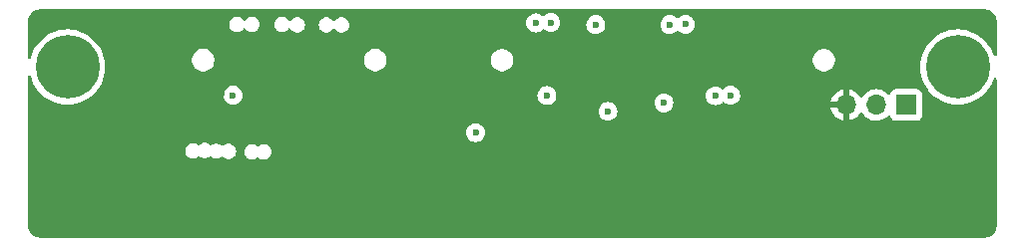
<source format=gbr>
%TF.GenerationSoftware,KiCad,Pcbnew,8.0.4*%
%TF.CreationDate,2024-11-07T09:22:51-08:00*%
%TF.ProjectId,hadron_io_breakouts,68616472-6f6e-45f6-996f-5f627265616b,rev?*%
%TF.SameCoordinates,Original*%
%TF.FileFunction,Copper,L2,Inr*%
%TF.FilePolarity,Positive*%
%FSLAX46Y46*%
G04 Gerber Fmt 4.6, Leading zero omitted, Abs format (unit mm)*
G04 Created by KiCad (PCBNEW 8.0.4) date 2024-11-07 09:22:51*
%MOMM*%
%LPD*%
G01*
G04 APERTURE LIST*
%TA.AperFunction,ComponentPad*%
%ADD10C,0.800000*%
%TD*%
%TA.AperFunction,ComponentPad*%
%ADD11C,5.400000*%
%TD*%
%TA.AperFunction,ComponentPad*%
%ADD12R,1.700000X1.700000*%
%TD*%
%TA.AperFunction,ComponentPad*%
%ADD13O,1.700000X1.700000*%
%TD*%
%TA.AperFunction,ViaPad*%
%ADD14C,0.600000*%
%TD*%
G04 APERTURE END LIST*
D10*
%TO.N,N/C*%
%TO.C,REF\u002A\u002A*%
X98515000Y-25000000D03*
X99108109Y-23568109D03*
X99108109Y-26431891D03*
X100540000Y-22975000D03*
D11*
X100540000Y-25000000D03*
D10*
X100540000Y-27025000D03*
X101971891Y-23568109D03*
X101971891Y-26431891D03*
X102565000Y-25000000D03*
%TD*%
%TO.N,N/C*%
%TO.C,REF\u002A\u002A*%
X22975000Y-25000000D03*
X23568109Y-23568109D03*
X23568109Y-26431891D03*
X25000000Y-22975000D03*
D11*
X25000000Y-25000000D03*
D10*
X25000000Y-27025000D03*
X26431891Y-23568109D03*
X26431891Y-26431891D03*
X27025000Y-25000000D03*
%TD*%
D12*
%TO.N,SBC_Debug-Rx*%
%TO.C,J7*%
X96150000Y-28225000D03*
D13*
%TO.N,SBC_Debug-Tx*%
X93610000Y-28225000D03*
%TO.N,GND*%
X91070000Y-28225000D03*
%TD*%
D14*
%TO.N,GND*%
X51250000Y-27350000D03*
X44350000Y-30125000D03*
X36975000Y-29125000D03*
X47450000Y-34625000D03*
X53475000Y-26125000D03*
X53450000Y-29200000D03*
X59600000Y-21350000D03*
X30050000Y-38350000D03*
X30025000Y-33875000D03*
X30050000Y-30125000D03*
X30050000Y-26200000D03*
X30050000Y-21675000D03*
%TO.N,USB1 VBUS*%
X39050000Y-27400000D03*
%TO.N,GND*%
X42150000Y-37650000D03*
X50975000Y-22350000D03*
X51100000Y-37625000D03*
X67269000Y-21006000D03*
X46975000Y-29050735D03*
X41900000Y-21450000D03*
X43185754Y-27446415D03*
X71050000Y-21400000D03*
X66700000Y-33475000D03*
X72700000Y-33475000D03*
X68700000Y-33475000D03*
X63459000Y-21400000D03*
X70700000Y-33475000D03*
X87575000Y-27425000D03*
X58100000Y-37700000D03*
X65750000Y-29925000D03*
X35150000Y-37750000D03*
X38100000Y-27300000D03*
X45725000Y-21450000D03*
%TO.N,USB0 VBUS*%
X59625000Y-30575000D03*
%TO.N,SBC_RS232-1-Rx*%
X81275000Y-27400000D03*
%TO.N,SBC_RS232-0-Tx*%
X76100000Y-21400000D03*
%TO.N,SBC_RS232-0-Rx*%
X77425000Y-21375000D03*
%TO.N,SBC_RS232-1-Tx*%
X79961765Y-27438235D03*
%TO.N,Net-(J4-Pad5)*%
X75600000Y-28050000D03*
%TO.N,Net-(J4-Pad3)*%
X70850000Y-28775000D03*
%TO.N,Net-(J4-Pad4)*%
X64725000Y-21250000D03*
%TO.N,Net-(J4-Pad6)*%
X65999000Y-21226000D03*
%TO.N,3.3v*%
X65675000Y-27425000D03*
X69825000Y-21400000D03*
%TD*%
%TA.AperFunction,Conductor*%
%TO.N,GND*%
G36*
X102830394Y-20100972D02*
G01*
X102860721Y-20103625D01*
X102987755Y-20114739D01*
X103009035Y-20118491D01*
X103126188Y-20149882D01*
X103156369Y-20157969D01*
X103176681Y-20165362D01*
X103314915Y-20229822D01*
X103333633Y-20240629D01*
X103458582Y-20328119D01*
X103475140Y-20342013D01*
X103582986Y-20449859D01*
X103596880Y-20466417D01*
X103684370Y-20591366D01*
X103695177Y-20610084D01*
X103759637Y-20748318D01*
X103767030Y-20768630D01*
X103806507Y-20915961D01*
X103810260Y-20937246D01*
X103824028Y-21094605D01*
X103824500Y-21105413D01*
X103824500Y-23961399D01*
X103804815Y-24028438D01*
X103752011Y-24074193D01*
X103682853Y-24084137D01*
X103619297Y-24055112D01*
X103581523Y-23996334D01*
X103581346Y-23995726D01*
X103574149Y-23970745D01*
X103565659Y-23941276D01*
X103428094Y-23609167D01*
X103254211Y-23294548D01*
X103046194Y-23001377D01*
X102806661Y-22733339D01*
X102538623Y-22493806D01*
X102538622Y-22493805D01*
X102245454Y-22285790D01*
X102018519Y-22160368D01*
X101930833Y-22111906D01*
X101903994Y-22100789D01*
X101842942Y-22075500D01*
X101598724Y-21974341D01*
X101598720Y-21974339D01*
X101598718Y-21974339D01*
X101253305Y-21874828D01*
X101253296Y-21874826D01*
X100898914Y-21814614D01*
X100898902Y-21814612D01*
X100540000Y-21794457D01*
X100181097Y-21814612D01*
X100181085Y-21814614D01*
X99826703Y-21874826D01*
X99826694Y-21874828D01*
X99481281Y-21974339D01*
X99149168Y-22111905D01*
X98834545Y-22285790D01*
X98541377Y-22493805D01*
X98273339Y-22733339D01*
X98033805Y-23001377D01*
X97825790Y-23294545D01*
X97651905Y-23609168D01*
X97514339Y-23941281D01*
X97414828Y-24286694D01*
X97414826Y-24286703D01*
X97354614Y-24641085D01*
X97354612Y-24641097D01*
X97334457Y-25000000D01*
X97354612Y-25358902D01*
X97354614Y-25358914D01*
X97414826Y-25713296D01*
X97414828Y-25713305D01*
X97514339Y-26058718D01*
X97651905Y-26390831D01*
X97825790Y-26705454D01*
X97989353Y-26935973D01*
X98033806Y-26998623D01*
X98273339Y-27266661D01*
X98465331Y-27438235D01*
X98541377Y-27506194D01*
X98660070Y-27590412D01*
X98834548Y-27714211D01*
X99149167Y-27888094D01*
X99481276Y-28025659D01*
X99826700Y-28125173D01*
X100181093Y-28185387D01*
X100540000Y-28205543D01*
X100898907Y-28185387D01*
X101253300Y-28125173D01*
X101598724Y-28025659D01*
X101930833Y-27888094D01*
X102245452Y-27714211D01*
X102538623Y-27506194D01*
X102806661Y-27266661D01*
X103046194Y-26998623D01*
X103254211Y-26705452D01*
X103428094Y-26390833D01*
X103565659Y-26058724D01*
X103581346Y-26004273D01*
X103618820Y-25945303D01*
X103682226Y-25915954D01*
X103751435Y-25925544D01*
X103804472Y-25971029D01*
X103824498Y-26037967D01*
X103824500Y-26038600D01*
X103824500Y-38494586D01*
X103824028Y-38505394D01*
X103810260Y-38662753D01*
X103806507Y-38684038D01*
X103767030Y-38831369D01*
X103759637Y-38851681D01*
X103695177Y-38989915D01*
X103684370Y-39008633D01*
X103596880Y-39133582D01*
X103582986Y-39150140D01*
X103475140Y-39257986D01*
X103458582Y-39271880D01*
X103333633Y-39359370D01*
X103314915Y-39370177D01*
X103176681Y-39434637D01*
X103156369Y-39442030D01*
X103009038Y-39481507D01*
X102987753Y-39485260D01*
X102830395Y-39499028D01*
X102819587Y-39499500D01*
X22655413Y-39499500D01*
X22644605Y-39499028D01*
X22487246Y-39485260D01*
X22465961Y-39481507D01*
X22318630Y-39442030D01*
X22298318Y-39434637D01*
X22160084Y-39370177D01*
X22141366Y-39359370D01*
X22016417Y-39271880D01*
X21999859Y-39257986D01*
X21892013Y-39150140D01*
X21878119Y-39133582D01*
X21790629Y-39008633D01*
X21779822Y-38989915D01*
X21715362Y-38851681D01*
X21707969Y-38831369D01*
X21668492Y-38684038D01*
X21664739Y-38662752D01*
X21650972Y-38505393D01*
X21650500Y-38494586D01*
X21650500Y-32124999D01*
X34994722Y-32124999D01*
X34994722Y-32125000D01*
X35013762Y-32281818D01*
X35051688Y-32381818D01*
X35069780Y-32429523D01*
X35159517Y-32559530D01*
X35277760Y-32664283D01*
X35277762Y-32664284D01*
X35417634Y-32737696D01*
X35571014Y-32775500D01*
X35571015Y-32775500D01*
X35728985Y-32775500D01*
X35882365Y-32737696D01*
X36022238Y-32664284D01*
X36022237Y-32664284D01*
X36022240Y-32664283D01*
X36081882Y-32611444D01*
X36145115Y-32581723D01*
X36214378Y-32590907D01*
X36246335Y-32611444D01*
X36277759Y-32639282D01*
X36277761Y-32639284D01*
X36417634Y-32712696D01*
X36571014Y-32750500D01*
X36571015Y-32750500D01*
X36728985Y-32750500D01*
X36882365Y-32712696D01*
X37022233Y-32639287D01*
X37022238Y-32639284D01*
X37022237Y-32639284D01*
X37022240Y-32639283D01*
X37027051Y-32635020D01*
X37090283Y-32605298D01*
X37159546Y-32614479D01*
X37191506Y-32635018D01*
X37252759Y-32689282D01*
X37252761Y-32689284D01*
X37392634Y-32762696D01*
X37546014Y-32800500D01*
X37546015Y-32800500D01*
X37703985Y-32800500D01*
X37857365Y-32762696D01*
X37997238Y-32689284D01*
X37997237Y-32689284D01*
X37997240Y-32689283D01*
X38041163Y-32650370D01*
X38104396Y-32620649D01*
X38173659Y-32629833D01*
X38205614Y-32650368D01*
X38241007Y-32681723D01*
X38277762Y-32714285D01*
X38417634Y-32787696D01*
X38571014Y-32825500D01*
X38571015Y-32825500D01*
X38728985Y-32825500D01*
X38882365Y-32787696D01*
X38953235Y-32750500D01*
X39022240Y-32714283D01*
X39140483Y-32609530D01*
X39230220Y-32479523D01*
X39286237Y-32331818D01*
X39299207Y-32224999D01*
X39994722Y-32224999D01*
X39994722Y-32225000D01*
X40013762Y-32381818D01*
X40050818Y-32479524D01*
X40069780Y-32529523D01*
X40159517Y-32659530D01*
X40277760Y-32764283D01*
X40277762Y-32764284D01*
X40417634Y-32837696D01*
X40571014Y-32875500D01*
X40571015Y-32875500D01*
X40728985Y-32875500D01*
X40882365Y-32837696D01*
X41022238Y-32764284D01*
X41022237Y-32764284D01*
X41022240Y-32764283D01*
X41081882Y-32711444D01*
X41145115Y-32681723D01*
X41214378Y-32690907D01*
X41246335Y-32711444D01*
X41277759Y-32739282D01*
X41277761Y-32739284D01*
X41417634Y-32812696D01*
X41571014Y-32850500D01*
X41571015Y-32850500D01*
X41728985Y-32850500D01*
X41882365Y-32812696D01*
X41953235Y-32775500D01*
X42022240Y-32739283D01*
X42140483Y-32634530D01*
X42230220Y-32504523D01*
X42286237Y-32356818D01*
X42305278Y-32200000D01*
X42302243Y-32175000D01*
X42286237Y-32043181D01*
X42239701Y-31920477D01*
X42230220Y-31895477D01*
X42140483Y-31765470D01*
X42022240Y-31660717D01*
X42022238Y-31660716D01*
X42022237Y-31660715D01*
X41882365Y-31587303D01*
X41728986Y-31549500D01*
X41728985Y-31549500D01*
X41571015Y-31549500D01*
X41571014Y-31549500D01*
X41417634Y-31587303D01*
X41277762Y-31660714D01*
X41218116Y-31713556D01*
X41154882Y-31743276D01*
X41085619Y-31734092D01*
X41053664Y-31713555D01*
X41022240Y-31685717D01*
X41022238Y-31685715D01*
X40882365Y-31612303D01*
X40728986Y-31574500D01*
X40728985Y-31574500D01*
X40571015Y-31574500D01*
X40571014Y-31574500D01*
X40417634Y-31612303D01*
X40277762Y-31685715D01*
X40277760Y-31685717D01*
X40187737Y-31765470D01*
X40159516Y-31790471D01*
X40069781Y-31920475D01*
X40069780Y-31920476D01*
X40013762Y-32068181D01*
X39994722Y-32224999D01*
X39299207Y-32224999D01*
X39305278Y-32175000D01*
X39289273Y-32043181D01*
X39286237Y-32018181D01*
X39249182Y-31920476D01*
X39230220Y-31870477D01*
X39140483Y-31740470D01*
X39022240Y-31635717D01*
X39022238Y-31635716D01*
X39022237Y-31635715D01*
X38882365Y-31562303D01*
X38728986Y-31524500D01*
X38728985Y-31524500D01*
X38571015Y-31524500D01*
X38571014Y-31524500D01*
X38417634Y-31562303D01*
X38277761Y-31635715D01*
X38277759Y-31635717D01*
X38233834Y-31674630D01*
X38170601Y-31704350D01*
X38101337Y-31695165D01*
X38069383Y-31674630D01*
X37997240Y-31610717D01*
X37997238Y-31610716D01*
X37997237Y-31610715D01*
X37857365Y-31537303D01*
X37703986Y-31499500D01*
X37703985Y-31499500D01*
X37546015Y-31499500D01*
X37546014Y-31499500D01*
X37392634Y-31537303D01*
X37252764Y-31610714D01*
X37252756Y-31610719D01*
X37247940Y-31614986D01*
X37184705Y-31644703D01*
X37115442Y-31635515D01*
X37083493Y-31614981D01*
X37022240Y-31560717D01*
X37022238Y-31560715D01*
X36882365Y-31487303D01*
X36728986Y-31449500D01*
X36728985Y-31449500D01*
X36571015Y-31449500D01*
X36571014Y-31449500D01*
X36417634Y-31487303D01*
X36277762Y-31560714D01*
X36218116Y-31613556D01*
X36154882Y-31643276D01*
X36085619Y-31634092D01*
X36053664Y-31613555D01*
X36022240Y-31585717D01*
X36022238Y-31585715D01*
X35882365Y-31512303D01*
X35728986Y-31474500D01*
X35728985Y-31474500D01*
X35571015Y-31474500D01*
X35571014Y-31474500D01*
X35417634Y-31512303D01*
X35277762Y-31585715D01*
X35249538Y-31610719D01*
X35187737Y-31665470D01*
X35159516Y-31690471D01*
X35069781Y-31820475D01*
X35069780Y-31820476D01*
X35013762Y-31968181D01*
X34994722Y-32124999D01*
X21650500Y-32124999D01*
X21650500Y-30574996D01*
X58819435Y-30574996D01*
X58819435Y-30575003D01*
X58839630Y-30754249D01*
X58839631Y-30754254D01*
X58899211Y-30924523D01*
X58995184Y-31077262D01*
X59122738Y-31204816D01*
X59275478Y-31300789D01*
X59445745Y-31360368D01*
X59445750Y-31360369D01*
X59624996Y-31380565D01*
X59625000Y-31380565D01*
X59625004Y-31380565D01*
X59804249Y-31360369D01*
X59804252Y-31360368D01*
X59804255Y-31360368D01*
X59974522Y-31300789D01*
X60127262Y-31204816D01*
X60254816Y-31077262D01*
X60350789Y-30924522D01*
X60410368Y-30754255D01*
X60430565Y-30575000D01*
X60410368Y-30395745D01*
X60350789Y-30225478D01*
X60254816Y-30072738D01*
X60127262Y-29945184D01*
X59974523Y-29849211D01*
X59804254Y-29789631D01*
X59804249Y-29789630D01*
X59625004Y-29769435D01*
X59624996Y-29769435D01*
X59445750Y-29789630D01*
X59445745Y-29789631D01*
X59275476Y-29849211D01*
X59122737Y-29945184D01*
X58995184Y-30072737D01*
X58899211Y-30225476D01*
X58839631Y-30395745D01*
X58839630Y-30395750D01*
X58819435Y-30574996D01*
X21650500Y-30574996D01*
X21650500Y-28774996D01*
X70044435Y-28774996D01*
X70044435Y-28775003D01*
X70064630Y-28954249D01*
X70064631Y-28954254D01*
X70124211Y-29124523D01*
X70160630Y-29182483D01*
X70220184Y-29277262D01*
X70347738Y-29404816D01*
X70391867Y-29432544D01*
X70497479Y-29498905D01*
X70500478Y-29500789D01*
X70657213Y-29555633D01*
X70670745Y-29560368D01*
X70670750Y-29560369D01*
X70849996Y-29580565D01*
X70850000Y-29580565D01*
X70850004Y-29580565D01*
X71029249Y-29560369D01*
X71029252Y-29560368D01*
X71029255Y-29560368D01*
X71199522Y-29500789D01*
X71352262Y-29404816D01*
X71479816Y-29277262D01*
X71575789Y-29124522D01*
X71635368Y-28954255D01*
X71645224Y-28866781D01*
X71655565Y-28775003D01*
X71655565Y-28774996D01*
X71635369Y-28595750D01*
X71635368Y-28595745D01*
X71593117Y-28475000D01*
X71575789Y-28425478D01*
X71559480Y-28399523D01*
X71479815Y-28272737D01*
X71352262Y-28145184D01*
X71200772Y-28049996D01*
X74794435Y-28049996D01*
X74794435Y-28050003D01*
X74814630Y-28229249D01*
X74814631Y-28229254D01*
X74874211Y-28399523D01*
X74890520Y-28425478D01*
X74970184Y-28552262D01*
X75097738Y-28679816D01*
X75250478Y-28775789D01*
X75420745Y-28835368D01*
X75420750Y-28835369D01*
X75599996Y-28855565D01*
X75600000Y-28855565D01*
X75600004Y-28855565D01*
X75779249Y-28835369D01*
X75779252Y-28835368D01*
X75779255Y-28835368D01*
X75949522Y-28775789D01*
X76102262Y-28679816D01*
X76229816Y-28552262D01*
X76325789Y-28399522D01*
X76385368Y-28229255D01*
X76385369Y-28229249D01*
X76405565Y-28050003D01*
X76405565Y-28049996D01*
X76385369Y-27870750D01*
X76385368Y-27870745D01*
X76369326Y-27824901D01*
X76325789Y-27700478D01*
X76229816Y-27547738D01*
X76120309Y-27438231D01*
X79156200Y-27438231D01*
X79156200Y-27438238D01*
X79176395Y-27617484D01*
X79176396Y-27617489D01*
X79235976Y-27787758D01*
X79259315Y-27824901D01*
X79331949Y-27940497D01*
X79459503Y-28068051D01*
X79549845Y-28124817D01*
X79591179Y-28150789D01*
X79612243Y-28164024D01*
X79782510Y-28223603D01*
X79782515Y-28223604D01*
X79961761Y-28243800D01*
X79961765Y-28243800D01*
X79961769Y-28243800D01*
X80141014Y-28223604D01*
X80141017Y-28223603D01*
X80141020Y-28223603D01*
X80311287Y-28164024D01*
X80464027Y-28068051D01*
X80549819Y-27982259D01*
X80611142Y-27948774D01*
X80680834Y-27953758D01*
X80725181Y-27982259D01*
X80772738Y-28029816D01*
X80833587Y-28068050D01*
X80924497Y-28125173D01*
X80925478Y-28125789D01*
X81095745Y-28185368D01*
X81095750Y-28185369D01*
X81274996Y-28205565D01*
X81275000Y-28205565D01*
X81275004Y-28205565D01*
X81454249Y-28185369D01*
X81454252Y-28185368D01*
X81454255Y-28185368D01*
X81624522Y-28125789D01*
X81777262Y-28029816D01*
X81832079Y-27974999D01*
X89739364Y-27974999D01*
X89739364Y-27975000D01*
X90636988Y-27975000D01*
X90604075Y-28032007D01*
X90570000Y-28159174D01*
X90570000Y-28290826D01*
X90604075Y-28417993D01*
X90636988Y-28475000D01*
X89739364Y-28475000D01*
X89796567Y-28688486D01*
X89796570Y-28688492D01*
X89896399Y-28902578D01*
X90031894Y-29096082D01*
X90198917Y-29263105D01*
X90392421Y-29398600D01*
X90606507Y-29498429D01*
X90606516Y-29498433D01*
X90820000Y-29555634D01*
X90820000Y-28658012D01*
X90877007Y-28690925D01*
X91004174Y-28725000D01*
X91135826Y-28725000D01*
X91262993Y-28690925D01*
X91320000Y-28658012D01*
X91320000Y-29555633D01*
X91533483Y-29498433D01*
X91533492Y-29498429D01*
X91747578Y-29398600D01*
X91941082Y-29263105D01*
X92108105Y-29096082D01*
X92238119Y-28910405D01*
X92292696Y-28866781D01*
X92362195Y-28859588D01*
X92424549Y-28891110D01*
X92441269Y-28910405D01*
X92571505Y-29096401D01*
X92738599Y-29263495D01*
X92835384Y-29331265D01*
X92932165Y-29399032D01*
X92932167Y-29399033D01*
X92932170Y-29399035D01*
X93146337Y-29498903D01*
X93146343Y-29498904D01*
X93146344Y-29498905D01*
X93201285Y-29513626D01*
X93374592Y-29560063D01*
X93551034Y-29575500D01*
X93609999Y-29580659D01*
X93610000Y-29580659D01*
X93610001Y-29580659D01*
X93668966Y-29575500D01*
X93845408Y-29560063D01*
X94073663Y-29498903D01*
X94287830Y-29399035D01*
X94481401Y-29263495D01*
X94603329Y-29141566D01*
X94664648Y-29108084D01*
X94734340Y-29113068D01*
X94790274Y-29154939D01*
X94807189Y-29185917D01*
X94856202Y-29317328D01*
X94856206Y-29317335D01*
X94942452Y-29432544D01*
X94942455Y-29432547D01*
X95057664Y-29518793D01*
X95057671Y-29518797D01*
X95192517Y-29569091D01*
X95192516Y-29569091D01*
X95199444Y-29569835D01*
X95252127Y-29575500D01*
X97047872Y-29575499D01*
X97107483Y-29569091D01*
X97242331Y-29518796D01*
X97357546Y-29432546D01*
X97443796Y-29317331D01*
X97494091Y-29182483D01*
X97500500Y-29122873D01*
X97500499Y-27327128D01*
X97494091Y-27267517D01*
X97493771Y-27266660D01*
X97443797Y-27132671D01*
X97443793Y-27132664D01*
X97357547Y-27017455D01*
X97357544Y-27017452D01*
X97242335Y-26931206D01*
X97242328Y-26931202D01*
X97107482Y-26880908D01*
X97107483Y-26880908D01*
X97047883Y-26874501D01*
X97047881Y-26874500D01*
X97047873Y-26874500D01*
X97047864Y-26874500D01*
X95252129Y-26874500D01*
X95252123Y-26874501D01*
X95192516Y-26880908D01*
X95057671Y-26931202D01*
X95057664Y-26931206D01*
X94942455Y-27017452D01*
X94942452Y-27017455D01*
X94856206Y-27132664D01*
X94856203Y-27132669D01*
X94807189Y-27264083D01*
X94765317Y-27320016D01*
X94699853Y-27344433D01*
X94631580Y-27329581D01*
X94603326Y-27308430D01*
X94481402Y-27186506D01*
X94481395Y-27186501D01*
X94287834Y-27050967D01*
X94287830Y-27050965D01*
X94286781Y-27050476D01*
X94073663Y-26951097D01*
X94073659Y-26951096D01*
X94073655Y-26951094D01*
X93845413Y-26889938D01*
X93845403Y-26889936D01*
X93610001Y-26869341D01*
X93609999Y-26869341D01*
X93374596Y-26889936D01*
X93374586Y-26889938D01*
X93146344Y-26951094D01*
X93146335Y-26951098D01*
X92932171Y-27050964D01*
X92932169Y-27050965D01*
X92738597Y-27186505D01*
X92571508Y-27353594D01*
X92441269Y-27539595D01*
X92386692Y-27583219D01*
X92317193Y-27590412D01*
X92254839Y-27558890D01*
X92238119Y-27539594D01*
X92108113Y-27353926D01*
X92108108Y-27353920D01*
X91941082Y-27186894D01*
X91747578Y-27051399D01*
X91533492Y-26951570D01*
X91533486Y-26951567D01*
X91320000Y-26894364D01*
X91320000Y-27791988D01*
X91262993Y-27759075D01*
X91135826Y-27725000D01*
X91004174Y-27725000D01*
X90877007Y-27759075D01*
X90820000Y-27791988D01*
X90820000Y-26894364D01*
X90819999Y-26894364D01*
X90606513Y-26951567D01*
X90606507Y-26951570D01*
X90392422Y-27051399D01*
X90392420Y-27051400D01*
X90198926Y-27186886D01*
X90198920Y-27186891D01*
X90031891Y-27353920D01*
X90031886Y-27353926D01*
X89896400Y-27547420D01*
X89896399Y-27547422D01*
X89796570Y-27761507D01*
X89796567Y-27761513D01*
X89739364Y-27974999D01*
X81832079Y-27974999D01*
X81904816Y-27902262D01*
X82000789Y-27749522D01*
X82060368Y-27579255D01*
X82063919Y-27547738D01*
X82080565Y-27400003D01*
X82080565Y-27399996D01*
X82060369Y-27220750D01*
X82060368Y-27220745D01*
X82048387Y-27186505D01*
X82000789Y-27050478D01*
X81904816Y-26897738D01*
X81777262Y-26770184D01*
X81685373Y-26712446D01*
X81624523Y-26674211D01*
X81454254Y-26614631D01*
X81454249Y-26614630D01*
X81275004Y-26594435D01*
X81274996Y-26594435D01*
X81095750Y-26614630D01*
X81095745Y-26614631D01*
X80925476Y-26674211D01*
X80772737Y-26770184D01*
X80686946Y-26855976D01*
X80625623Y-26889461D01*
X80555931Y-26884477D01*
X80511584Y-26855976D01*
X80464027Y-26808419D01*
X80311288Y-26712446D01*
X80141019Y-26652866D01*
X80141014Y-26652865D01*
X79961769Y-26632670D01*
X79961761Y-26632670D01*
X79782515Y-26652865D01*
X79782510Y-26652866D01*
X79612241Y-26712446D01*
X79459502Y-26808419D01*
X79331949Y-26935972D01*
X79235976Y-27088711D01*
X79176396Y-27258980D01*
X79176395Y-27258985D01*
X79156200Y-27438231D01*
X76120309Y-27438231D01*
X76102262Y-27420184D01*
X76070144Y-27400003D01*
X75949523Y-27324211D01*
X75779254Y-27264631D01*
X75779249Y-27264630D01*
X75600004Y-27244435D01*
X75599996Y-27244435D01*
X75420750Y-27264630D01*
X75420745Y-27264631D01*
X75250476Y-27324211D01*
X75097737Y-27420184D01*
X74970184Y-27547737D01*
X74874211Y-27700476D01*
X74814631Y-27870745D01*
X74814630Y-27870750D01*
X74794435Y-28049996D01*
X71200772Y-28049996D01*
X71199523Y-28049211D01*
X71029254Y-27989631D01*
X71029249Y-27989630D01*
X70850004Y-27969435D01*
X70849996Y-27969435D01*
X70670750Y-27989630D01*
X70670745Y-27989631D01*
X70500476Y-28049211D01*
X70347737Y-28145184D01*
X70220184Y-28272737D01*
X70124211Y-28425476D01*
X70064631Y-28595745D01*
X70064630Y-28595750D01*
X70044435Y-28774996D01*
X21650500Y-28774996D01*
X21650500Y-25812977D01*
X21670185Y-25745938D01*
X21722989Y-25700183D01*
X21792147Y-25690239D01*
X21855703Y-25719264D01*
X21893477Y-25778042D01*
X21893654Y-25778650D01*
X21974339Y-26058718D01*
X22111905Y-26390831D01*
X22285790Y-26705454D01*
X22449353Y-26935973D01*
X22493806Y-26998623D01*
X22733339Y-27266661D01*
X22925331Y-27438235D01*
X23001377Y-27506194D01*
X23120070Y-27590412D01*
X23294548Y-27714211D01*
X23609167Y-27888094D01*
X23941276Y-28025659D01*
X24286700Y-28125173D01*
X24641093Y-28185387D01*
X25000000Y-28205543D01*
X25358907Y-28185387D01*
X25713300Y-28125173D01*
X26058724Y-28025659D01*
X26390833Y-27888094D01*
X26705452Y-27714211D01*
X26998623Y-27506194D01*
X27117459Y-27399996D01*
X38244435Y-27399996D01*
X38244435Y-27400003D01*
X38264630Y-27579249D01*
X38264631Y-27579254D01*
X38324211Y-27749523D01*
X38400384Y-27870750D01*
X38420184Y-27902262D01*
X38547738Y-28029816D01*
X38608587Y-28068050D01*
X38699497Y-28125173D01*
X38700478Y-28125789D01*
X38870745Y-28185368D01*
X38870750Y-28185369D01*
X39049996Y-28205565D01*
X39050000Y-28205565D01*
X39050004Y-28205565D01*
X39229249Y-28185369D01*
X39229252Y-28185368D01*
X39229255Y-28185368D01*
X39399522Y-28125789D01*
X39552262Y-28029816D01*
X39679816Y-27902262D01*
X39775789Y-27749522D01*
X39835368Y-27579255D01*
X39838919Y-27547738D01*
X39852749Y-27424996D01*
X64869435Y-27424996D01*
X64869435Y-27425003D01*
X64889630Y-27604249D01*
X64889631Y-27604254D01*
X64949211Y-27774523D01*
X64980866Y-27824901D01*
X65045184Y-27927262D01*
X65172738Y-28054816D01*
X65263080Y-28111582D01*
X65316557Y-28145184D01*
X65325478Y-28150789D01*
X65481953Y-28205542D01*
X65495745Y-28210368D01*
X65495750Y-28210369D01*
X65674996Y-28230565D01*
X65675000Y-28230565D01*
X65675004Y-28230565D01*
X65854249Y-28210369D01*
X65854252Y-28210368D01*
X65854255Y-28210368D01*
X66024522Y-28150789D01*
X66177262Y-28054816D01*
X66304816Y-27927262D01*
X66400789Y-27774522D01*
X66460368Y-27604255D01*
X66463185Y-27579254D01*
X66480565Y-27425003D01*
X66480565Y-27424996D01*
X66460369Y-27245750D01*
X66460368Y-27245745D01*
X66439638Y-27186501D01*
X66400789Y-27075478D01*
X66385386Y-27050965D01*
X66313131Y-26935972D01*
X66304816Y-26922738D01*
X66177262Y-26795184D01*
X66137475Y-26770184D01*
X66024523Y-26699211D01*
X65854254Y-26639631D01*
X65854249Y-26639630D01*
X65675004Y-26619435D01*
X65674996Y-26619435D01*
X65495750Y-26639630D01*
X65495745Y-26639631D01*
X65325476Y-26699211D01*
X65172737Y-26795184D01*
X65045184Y-26922737D01*
X64949211Y-27075476D01*
X64889631Y-27245745D01*
X64889630Y-27245750D01*
X64869435Y-27424996D01*
X39852749Y-27424996D01*
X39855565Y-27400003D01*
X39855565Y-27399996D01*
X39835369Y-27220750D01*
X39835368Y-27220745D01*
X39823387Y-27186505D01*
X39775789Y-27050478D01*
X39679816Y-26897738D01*
X39552262Y-26770184D01*
X39460373Y-26712446D01*
X39399523Y-26674211D01*
X39229254Y-26614631D01*
X39229249Y-26614630D01*
X39050004Y-26594435D01*
X39049996Y-26594435D01*
X38870750Y-26614630D01*
X38870745Y-26614631D01*
X38700476Y-26674211D01*
X38547737Y-26770184D01*
X38420184Y-26897737D01*
X38324211Y-27050476D01*
X38264631Y-27220745D01*
X38264630Y-27220750D01*
X38244435Y-27399996D01*
X27117459Y-27399996D01*
X27266661Y-27266661D01*
X27506194Y-26998623D01*
X27714211Y-26705452D01*
X27888094Y-26390833D01*
X28025659Y-26058724D01*
X28125173Y-25713300D01*
X28185387Y-25358907D01*
X28205543Y-25000000D01*
X28185387Y-24641093D01*
X28162791Y-24508103D01*
X35554499Y-24508103D01*
X35591410Y-24693661D01*
X35591413Y-24693671D01*
X35663814Y-24868465D01*
X35663816Y-24868468D01*
X35768927Y-25025778D01*
X35768933Y-25025786D01*
X35902713Y-25159566D01*
X35902721Y-25159572D01*
X36060031Y-25264683D01*
X36060034Y-25264685D01*
X36234828Y-25337086D01*
X36234833Y-25337088D01*
X36234837Y-25337088D01*
X36234838Y-25337089D01*
X36420396Y-25374000D01*
X36420399Y-25374000D01*
X36609603Y-25374000D01*
X36734442Y-25349167D01*
X36795167Y-25337088D01*
X36969967Y-25264684D01*
X37127283Y-25159569D01*
X37261069Y-25025783D01*
X37366184Y-24868467D01*
X37438588Y-24693667D01*
X37475500Y-24508103D01*
X50164499Y-24508103D01*
X50201410Y-24693661D01*
X50201413Y-24693671D01*
X50273814Y-24868465D01*
X50273816Y-24868468D01*
X50378927Y-25025778D01*
X50378933Y-25025786D01*
X50512713Y-25159566D01*
X50512721Y-25159572D01*
X50670031Y-25264683D01*
X50670034Y-25264685D01*
X50844828Y-25337086D01*
X50844833Y-25337088D01*
X50844837Y-25337088D01*
X50844838Y-25337089D01*
X51030396Y-25374000D01*
X51030399Y-25374000D01*
X51219603Y-25374000D01*
X51344442Y-25349167D01*
X51405167Y-25337088D01*
X51579967Y-25264684D01*
X51737283Y-25159569D01*
X51871069Y-25025783D01*
X51976184Y-24868467D01*
X52048588Y-24693667D01*
X52085500Y-24508101D01*
X52085500Y-24319879D01*
X60921500Y-24319879D01*
X60921500Y-24507120D01*
X60958025Y-24690743D01*
X60958027Y-24690751D01*
X61029676Y-24863728D01*
X61029681Y-24863737D01*
X61133697Y-25019407D01*
X61133700Y-25019411D01*
X61266088Y-25151799D01*
X61266092Y-25151802D01*
X61421762Y-25255818D01*
X61421771Y-25255823D01*
X61443166Y-25264685D01*
X61594749Y-25327473D01*
X61752780Y-25358907D01*
X61778379Y-25363999D01*
X61778383Y-25364000D01*
X61778384Y-25364000D01*
X61965617Y-25364000D01*
X61965618Y-25363999D01*
X62149251Y-25327473D01*
X62322231Y-25255822D01*
X62477908Y-25151802D01*
X62610302Y-25019408D01*
X62714322Y-24863731D01*
X62785973Y-24690751D01*
X62822500Y-24507116D01*
X62822500Y-24319884D01*
X62822499Y-24319879D01*
X88225500Y-24319879D01*
X88225500Y-24507120D01*
X88262025Y-24690743D01*
X88262027Y-24690751D01*
X88333676Y-24863728D01*
X88333681Y-24863737D01*
X88437697Y-25019407D01*
X88437700Y-25019411D01*
X88570088Y-25151799D01*
X88570092Y-25151802D01*
X88725762Y-25255818D01*
X88725771Y-25255823D01*
X88747166Y-25264685D01*
X88898749Y-25327473D01*
X89056780Y-25358907D01*
X89082379Y-25363999D01*
X89082383Y-25364000D01*
X89082384Y-25364000D01*
X89269617Y-25364000D01*
X89269618Y-25363999D01*
X89453251Y-25327473D01*
X89626231Y-25255822D01*
X89781908Y-25151802D01*
X89914302Y-25019408D01*
X90018322Y-24863731D01*
X90089973Y-24690751D01*
X90126500Y-24507116D01*
X90126500Y-24319884D01*
X90089973Y-24136249D01*
X90018322Y-23963269D01*
X90018321Y-23963268D01*
X90018318Y-23963262D01*
X89914302Y-23807592D01*
X89914299Y-23807588D01*
X89781911Y-23675200D01*
X89781907Y-23675197D01*
X89626237Y-23571181D01*
X89626228Y-23571176D01*
X89453251Y-23499527D01*
X89453243Y-23499525D01*
X89269620Y-23463000D01*
X89269616Y-23463000D01*
X89082384Y-23463000D01*
X89082379Y-23463000D01*
X88898756Y-23499525D01*
X88898748Y-23499527D01*
X88725771Y-23571176D01*
X88725762Y-23571181D01*
X88570092Y-23675197D01*
X88570088Y-23675200D01*
X88437700Y-23807588D01*
X88437697Y-23807592D01*
X88333681Y-23963262D01*
X88333676Y-23963271D01*
X88262027Y-24136248D01*
X88262025Y-24136256D01*
X88225500Y-24319879D01*
X62822499Y-24319879D01*
X62785973Y-24136249D01*
X62714322Y-23963269D01*
X62714321Y-23963268D01*
X62714318Y-23963262D01*
X62610302Y-23807592D01*
X62610299Y-23807588D01*
X62477911Y-23675200D01*
X62477907Y-23675197D01*
X62322237Y-23571181D01*
X62322228Y-23571176D01*
X62149251Y-23499527D01*
X62149243Y-23499525D01*
X61965620Y-23463000D01*
X61965616Y-23463000D01*
X61778384Y-23463000D01*
X61778379Y-23463000D01*
X61594756Y-23499525D01*
X61594748Y-23499527D01*
X61421771Y-23571176D01*
X61421762Y-23571181D01*
X61266092Y-23675197D01*
X61266088Y-23675200D01*
X61133700Y-23807588D01*
X61133697Y-23807592D01*
X61029681Y-23963262D01*
X61029676Y-23963271D01*
X60958027Y-24136248D01*
X60958025Y-24136256D01*
X60921500Y-24319879D01*
X52085500Y-24319879D01*
X52085500Y-24318899D01*
X52085500Y-24318896D01*
X52048589Y-24133338D01*
X52048588Y-24133337D01*
X52048588Y-24133333D01*
X52048586Y-24133328D01*
X51976185Y-23958534D01*
X51976183Y-23958531D01*
X51871072Y-23801221D01*
X51871066Y-23801213D01*
X51737286Y-23667433D01*
X51737278Y-23667427D01*
X51579968Y-23562316D01*
X51579965Y-23562314D01*
X51405171Y-23489913D01*
X51405161Y-23489910D01*
X51219603Y-23453000D01*
X51219601Y-23453000D01*
X51030399Y-23453000D01*
X51030397Y-23453000D01*
X50844838Y-23489910D01*
X50844828Y-23489913D01*
X50670034Y-23562314D01*
X50670031Y-23562316D01*
X50512721Y-23667427D01*
X50512713Y-23667433D01*
X50378933Y-23801213D01*
X50378927Y-23801221D01*
X50273816Y-23958531D01*
X50273814Y-23958534D01*
X50201413Y-24133328D01*
X50201410Y-24133338D01*
X50164500Y-24318896D01*
X50164500Y-24318899D01*
X50164500Y-24508101D01*
X50164500Y-24508103D01*
X50164499Y-24508103D01*
X37475500Y-24508103D01*
X37475500Y-24508101D01*
X37475500Y-24318899D01*
X37475500Y-24318896D01*
X37438589Y-24133338D01*
X37438588Y-24133337D01*
X37438588Y-24133333D01*
X37438586Y-24133328D01*
X37366185Y-23958534D01*
X37366183Y-23958531D01*
X37261072Y-23801221D01*
X37261066Y-23801213D01*
X37127286Y-23667433D01*
X37127278Y-23667427D01*
X36969968Y-23562316D01*
X36969965Y-23562314D01*
X36795171Y-23489913D01*
X36795161Y-23489910D01*
X36609603Y-23453000D01*
X36609601Y-23453000D01*
X36420399Y-23453000D01*
X36420397Y-23453000D01*
X36234838Y-23489910D01*
X36234828Y-23489913D01*
X36060034Y-23562314D01*
X36060031Y-23562316D01*
X35902721Y-23667427D01*
X35902713Y-23667433D01*
X35768933Y-23801213D01*
X35768927Y-23801221D01*
X35663816Y-23958531D01*
X35663814Y-23958534D01*
X35591413Y-24133328D01*
X35591410Y-24133338D01*
X35554500Y-24318896D01*
X35554500Y-24318899D01*
X35554500Y-24508101D01*
X35554500Y-24508103D01*
X35554499Y-24508103D01*
X28162791Y-24508103D01*
X28125173Y-24286700D01*
X28025659Y-23941276D01*
X27888094Y-23609167D01*
X27714211Y-23294548D01*
X27506194Y-23001377D01*
X27266661Y-22733339D01*
X26998623Y-22493806D01*
X26998622Y-22493805D01*
X26705454Y-22285790D01*
X26478519Y-22160368D01*
X26390833Y-22111906D01*
X26363994Y-22100789D01*
X26302942Y-22075500D01*
X26058724Y-21974341D01*
X26058720Y-21974339D01*
X26058718Y-21974339D01*
X25713305Y-21874828D01*
X25713296Y-21874826D01*
X25358914Y-21814614D01*
X25358902Y-21814612D01*
X25000000Y-21794457D01*
X24641097Y-21814612D01*
X24641085Y-21814614D01*
X24286703Y-21874826D01*
X24286694Y-21874828D01*
X23941281Y-21974339D01*
X23609168Y-22111905D01*
X23294545Y-22285790D01*
X23001377Y-22493805D01*
X22733339Y-22733339D01*
X22493805Y-23001377D01*
X22285790Y-23294545D01*
X22111905Y-23609168D01*
X21974339Y-23941281D01*
X21893654Y-24221349D01*
X21856180Y-24280319D01*
X21792773Y-24309668D01*
X21723565Y-24300078D01*
X21670528Y-24254593D01*
X21650502Y-24187655D01*
X21650500Y-24187022D01*
X21650500Y-21374999D01*
X38719722Y-21374999D01*
X38719722Y-21375000D01*
X38738762Y-21531818D01*
X38764440Y-21599523D01*
X38794780Y-21679523D01*
X38884517Y-21809530D01*
X39002760Y-21914283D01*
X39002762Y-21914284D01*
X39142634Y-21987696D01*
X39296014Y-22025500D01*
X39296015Y-22025500D01*
X39453985Y-22025500D01*
X39607365Y-21987696D01*
X39747240Y-21914283D01*
X39865483Y-21809530D01*
X39910450Y-21744384D01*
X39964732Y-21700393D01*
X40034181Y-21692733D01*
X40096746Y-21723836D01*
X40114550Y-21744384D01*
X40159514Y-21809527D01*
X40159516Y-21809529D01*
X40159517Y-21809530D01*
X40277760Y-21914283D01*
X40277762Y-21914284D01*
X40417634Y-21987696D01*
X40571014Y-22025500D01*
X40571015Y-22025500D01*
X40728985Y-22025500D01*
X40882365Y-21987696D01*
X41022240Y-21914283D01*
X41140483Y-21809530D01*
X41230220Y-21679523D01*
X41286237Y-21531818D01*
X41305278Y-21375000D01*
X41305278Y-21374999D01*
X42544722Y-21374999D01*
X42544722Y-21375000D01*
X42563762Y-21531818D01*
X42589440Y-21599523D01*
X42619780Y-21679523D01*
X42709517Y-21809530D01*
X42827760Y-21914283D01*
X42827762Y-21914284D01*
X42967634Y-21987696D01*
X43121014Y-22025500D01*
X43121015Y-22025500D01*
X43278985Y-22025500D01*
X43432365Y-21987696D01*
X43572240Y-21914283D01*
X43690483Y-21809530D01*
X43730695Y-21751272D01*
X43784974Y-21707284D01*
X43854423Y-21699624D01*
X43916988Y-21730726D01*
X43934793Y-21751274D01*
X43975003Y-21809528D01*
X44009517Y-21859530D01*
X44127760Y-21964283D01*
X44127762Y-21964284D01*
X44267634Y-22037696D01*
X44421014Y-22075500D01*
X44421015Y-22075500D01*
X44578985Y-22075500D01*
X44732365Y-22037696D01*
X44782528Y-22011368D01*
X44872240Y-21964283D01*
X44990483Y-21859530D01*
X45080220Y-21729523D01*
X45136237Y-21581818D01*
X45155278Y-21425000D01*
X45155278Y-21424999D01*
X46319722Y-21424999D01*
X46319722Y-21425000D01*
X46338762Y-21581818D01*
X46375818Y-21679524D01*
X46394780Y-21729523D01*
X46484517Y-21859530D01*
X46602760Y-21964283D01*
X46602762Y-21964284D01*
X46742634Y-22037696D01*
X46896014Y-22075500D01*
X46896015Y-22075500D01*
X47053985Y-22075500D01*
X47207365Y-22037696D01*
X47257528Y-22011368D01*
X47347240Y-21964283D01*
X47465483Y-21859530D01*
X47499997Y-21809528D01*
X47510450Y-21794384D01*
X47564732Y-21750393D01*
X47634181Y-21742733D01*
X47696746Y-21773836D01*
X47714550Y-21794384D01*
X47759514Y-21859527D01*
X47759516Y-21859529D01*
X47759517Y-21859530D01*
X47877760Y-21964283D01*
X47877762Y-21964284D01*
X48017634Y-22037696D01*
X48171014Y-22075500D01*
X48171015Y-22075500D01*
X48328985Y-22075500D01*
X48482365Y-22037696D01*
X48532528Y-22011368D01*
X48622240Y-21964283D01*
X48740483Y-21859530D01*
X48830220Y-21729523D01*
X48886237Y-21581818D01*
X48905278Y-21425000D01*
X48902881Y-21405254D01*
X48886237Y-21268181D01*
X48879340Y-21249996D01*
X63919435Y-21249996D01*
X63919435Y-21250003D01*
X63939630Y-21429249D01*
X63939631Y-21429254D01*
X63999211Y-21599523D01*
X64090234Y-21744384D01*
X64095184Y-21752262D01*
X64222738Y-21879816D01*
X64280735Y-21916258D01*
X64373173Y-21974341D01*
X64375478Y-21975789D01*
X64529878Y-22029816D01*
X64545745Y-22035368D01*
X64545750Y-22035369D01*
X64724996Y-22055565D01*
X64725000Y-22055565D01*
X64725004Y-22055565D01*
X64904249Y-22035369D01*
X64904252Y-22035368D01*
X64904255Y-22035368D01*
X65074522Y-21975789D01*
X65227262Y-21879816D01*
X65286319Y-21820759D01*
X65347642Y-21787274D01*
X65417334Y-21792258D01*
X65461681Y-21820759D01*
X65496738Y-21855816D01*
X65530869Y-21877262D01*
X65638289Y-21944759D01*
X65649478Y-21951789D01*
X65819745Y-22011368D01*
X65819750Y-22011369D01*
X65998996Y-22031565D01*
X65999000Y-22031565D01*
X65999004Y-22031565D01*
X66178249Y-22011369D01*
X66178252Y-22011368D01*
X66178255Y-22011368D01*
X66348522Y-21951789D01*
X66501262Y-21855816D01*
X66628816Y-21728262D01*
X66724789Y-21575522D01*
X66784368Y-21405255D01*
X66784961Y-21399996D01*
X69019435Y-21399996D01*
X69019435Y-21400003D01*
X69039630Y-21579249D01*
X69039631Y-21579254D01*
X69099211Y-21749523D01*
X69140110Y-21814613D01*
X69195184Y-21902262D01*
X69322738Y-22029816D01*
X69395444Y-22075500D01*
X69453381Y-22111905D01*
X69475478Y-22125789D01*
X69574299Y-22160368D01*
X69645745Y-22185368D01*
X69645750Y-22185369D01*
X69824996Y-22205565D01*
X69825000Y-22205565D01*
X69825004Y-22205565D01*
X70004249Y-22185369D01*
X70004252Y-22185368D01*
X70004255Y-22185368D01*
X70174522Y-22125789D01*
X70327262Y-22029816D01*
X70454816Y-21902262D01*
X70550789Y-21749522D01*
X70610368Y-21579255D01*
X70610369Y-21579249D01*
X70630565Y-21400003D01*
X70630565Y-21399996D01*
X75294435Y-21399996D01*
X75294435Y-21400003D01*
X75314630Y-21579249D01*
X75314631Y-21579254D01*
X75374211Y-21749523D01*
X75415110Y-21814613D01*
X75470184Y-21902262D01*
X75597738Y-22029816D01*
X75670444Y-22075500D01*
X75728381Y-22111905D01*
X75750478Y-22125789D01*
X75849299Y-22160368D01*
X75920745Y-22185368D01*
X75920750Y-22185369D01*
X76099996Y-22205565D01*
X76100000Y-22205565D01*
X76100004Y-22205565D01*
X76279249Y-22185369D01*
X76279252Y-22185368D01*
X76279255Y-22185368D01*
X76449522Y-22125789D01*
X76602262Y-22029816D01*
X76687319Y-21944759D01*
X76748642Y-21911274D01*
X76818334Y-21916258D01*
X76862681Y-21944759D01*
X76922738Y-22004816D01*
X77075478Y-22100789D01*
X77146924Y-22125789D01*
X77245745Y-22160368D01*
X77245750Y-22160369D01*
X77424996Y-22180565D01*
X77425000Y-22180565D01*
X77425004Y-22180565D01*
X77604249Y-22160369D01*
X77604252Y-22160368D01*
X77604255Y-22160368D01*
X77774522Y-22100789D01*
X77927262Y-22004816D01*
X78054816Y-21877262D01*
X78150789Y-21724522D01*
X78210368Y-21554255D01*
X78224453Y-21429249D01*
X78230565Y-21375003D01*
X78230565Y-21374996D01*
X78210369Y-21195750D01*
X78210368Y-21195745D01*
X78150789Y-21025478D01*
X78054816Y-20872738D01*
X77927262Y-20745184D01*
X77893131Y-20723738D01*
X77774523Y-20649211D01*
X77604254Y-20589631D01*
X77604249Y-20589630D01*
X77425004Y-20569435D01*
X77424996Y-20569435D01*
X77245750Y-20589630D01*
X77245745Y-20589631D01*
X77075476Y-20649211D01*
X76922739Y-20745183D01*
X76837681Y-20830241D01*
X76776357Y-20863725D01*
X76706666Y-20858741D01*
X76662319Y-20830241D01*
X76644381Y-20812303D01*
X76602262Y-20770184D01*
X76557961Y-20742348D01*
X76449523Y-20674211D01*
X76279254Y-20614631D01*
X76279249Y-20614630D01*
X76100004Y-20594435D01*
X76099996Y-20594435D01*
X75920750Y-20614630D01*
X75920745Y-20614631D01*
X75750476Y-20674211D01*
X75597737Y-20770184D01*
X75470184Y-20897737D01*
X75374211Y-21050476D01*
X75314631Y-21220745D01*
X75314630Y-21220750D01*
X75294435Y-21399996D01*
X70630565Y-21399996D01*
X70610369Y-21220750D01*
X70610368Y-21220745D01*
X70570660Y-21107266D01*
X70550789Y-21050478D01*
X70548443Y-21046745D01*
X70511582Y-20988080D01*
X70454816Y-20897738D01*
X70327262Y-20770184D01*
X70314721Y-20762304D01*
X70174523Y-20674211D01*
X70004254Y-20614631D01*
X70004249Y-20614630D01*
X69825004Y-20594435D01*
X69824996Y-20594435D01*
X69645750Y-20614630D01*
X69645745Y-20614631D01*
X69475476Y-20674211D01*
X69322737Y-20770184D01*
X69195184Y-20897737D01*
X69099211Y-21050476D01*
X69039631Y-21220745D01*
X69039630Y-21220750D01*
X69019435Y-21399996D01*
X66784961Y-21399996D01*
X66787777Y-21374999D01*
X66804565Y-21226003D01*
X66804565Y-21225996D01*
X66784369Y-21046750D01*
X66784368Y-21046745D01*
X66764677Y-20990471D01*
X66724789Y-20876478D01*
X66722438Y-20872737D01*
X66657999Y-20770183D01*
X66628816Y-20723738D01*
X66501262Y-20596184D01*
X66501260Y-20596183D01*
X66348523Y-20500211D01*
X66178254Y-20440631D01*
X66178249Y-20440630D01*
X65999004Y-20420435D01*
X65998996Y-20420435D01*
X65819750Y-20440630D01*
X65819745Y-20440631D01*
X65649476Y-20500211D01*
X65496739Y-20596183D01*
X65437679Y-20655242D01*
X65376355Y-20688726D01*
X65306664Y-20683740D01*
X65262318Y-20655240D01*
X65227262Y-20620184D01*
X65074523Y-20524211D01*
X64904254Y-20464631D01*
X64904249Y-20464630D01*
X64725004Y-20444435D01*
X64724996Y-20444435D01*
X64545750Y-20464630D01*
X64545745Y-20464631D01*
X64375476Y-20524211D01*
X64222737Y-20620184D01*
X64095184Y-20747737D01*
X63999211Y-20900476D01*
X63939631Y-21070745D01*
X63939630Y-21070750D01*
X63919435Y-21249996D01*
X48879340Y-21249996D01*
X48858765Y-21195745D01*
X48830220Y-21120477D01*
X48740483Y-20990470D01*
X48622240Y-20885717D01*
X48622238Y-20885716D01*
X48622237Y-20885715D01*
X48482365Y-20812303D01*
X48328986Y-20774500D01*
X48328985Y-20774500D01*
X48171015Y-20774500D01*
X48171014Y-20774500D01*
X48017634Y-20812303D01*
X47877762Y-20885715D01*
X47759516Y-20990471D01*
X47714550Y-21055616D01*
X47660267Y-21099606D01*
X47590819Y-21107266D01*
X47528254Y-21076163D01*
X47510450Y-21055616D01*
X47475937Y-21005616D01*
X47465483Y-20990470D01*
X47347240Y-20885717D01*
X47347238Y-20885716D01*
X47347237Y-20885715D01*
X47207365Y-20812303D01*
X47053986Y-20774500D01*
X47053985Y-20774500D01*
X46896015Y-20774500D01*
X46896014Y-20774500D01*
X46742634Y-20812303D01*
X46602762Y-20885715D01*
X46484516Y-20990471D01*
X46394781Y-21120475D01*
X46394780Y-21120476D01*
X46338762Y-21268181D01*
X46319722Y-21424999D01*
X45155278Y-21424999D01*
X45152881Y-21405254D01*
X45136237Y-21268181D01*
X45108765Y-21195745D01*
X45080220Y-21120477D01*
X44990483Y-20990470D01*
X44872240Y-20885717D01*
X44872238Y-20885716D01*
X44872237Y-20885715D01*
X44732365Y-20812303D01*
X44578986Y-20774500D01*
X44578985Y-20774500D01*
X44421015Y-20774500D01*
X44421014Y-20774500D01*
X44267634Y-20812303D01*
X44127762Y-20885715D01*
X44009517Y-20990469D01*
X43969306Y-21048726D01*
X43915022Y-21092716D01*
X43845574Y-21100375D01*
X43783009Y-21069271D01*
X43765206Y-21048725D01*
X43724995Y-20990470D01*
X43690483Y-20940470D01*
X43572240Y-20835717D01*
X43572238Y-20835716D01*
X43572237Y-20835715D01*
X43432365Y-20762303D01*
X43278986Y-20724500D01*
X43278985Y-20724500D01*
X43121015Y-20724500D01*
X43121014Y-20724500D01*
X42967634Y-20762303D01*
X42827762Y-20835715D01*
X42709516Y-20940471D01*
X42619781Y-21070475D01*
X42619780Y-21070476D01*
X42563762Y-21218181D01*
X42544722Y-21374999D01*
X41305278Y-21374999D01*
X41303036Y-21356531D01*
X41286237Y-21218181D01*
X41249182Y-21120476D01*
X41230220Y-21070477D01*
X41140483Y-20940470D01*
X41022240Y-20835717D01*
X41022238Y-20835716D01*
X41022237Y-20835715D01*
X40882365Y-20762303D01*
X40728986Y-20724500D01*
X40728985Y-20724500D01*
X40571015Y-20724500D01*
X40571014Y-20724500D01*
X40417634Y-20762303D01*
X40277762Y-20835715D01*
X40159516Y-20940471D01*
X40114550Y-21005616D01*
X40060267Y-21049606D01*
X39990819Y-21057266D01*
X39928254Y-21026163D01*
X39910450Y-21005616D01*
X39885093Y-20968880D01*
X39865483Y-20940470D01*
X39747240Y-20835717D01*
X39747238Y-20835716D01*
X39747237Y-20835715D01*
X39607365Y-20762303D01*
X39453986Y-20724500D01*
X39453985Y-20724500D01*
X39296015Y-20724500D01*
X39296014Y-20724500D01*
X39142634Y-20762303D01*
X39002762Y-20835715D01*
X38884516Y-20940471D01*
X38794781Y-21070475D01*
X38794780Y-21070476D01*
X38738762Y-21218181D01*
X38719722Y-21374999D01*
X21650500Y-21374999D01*
X21650500Y-21105413D01*
X21650972Y-21094606D01*
X21660083Y-20990469D01*
X21664739Y-20937242D01*
X21668490Y-20915966D01*
X21707969Y-20768627D01*
X21715362Y-20748318D01*
X21779823Y-20610081D01*
X21790629Y-20591366D01*
X21878119Y-20466417D01*
X21892007Y-20449865D01*
X21999865Y-20342007D01*
X22016417Y-20328119D01*
X22141366Y-20240629D01*
X22160081Y-20229823D01*
X22298320Y-20165361D01*
X22318627Y-20157969D01*
X22465966Y-20118490D01*
X22487242Y-20114739D01*
X22619885Y-20103134D01*
X22644606Y-20100972D01*
X22655413Y-20100500D01*
X22715892Y-20100500D01*
X102759108Y-20100500D01*
X102819587Y-20100500D01*
X102830394Y-20100972D01*
G37*
%TD.AperFunction*%
%TD*%
M02*

</source>
